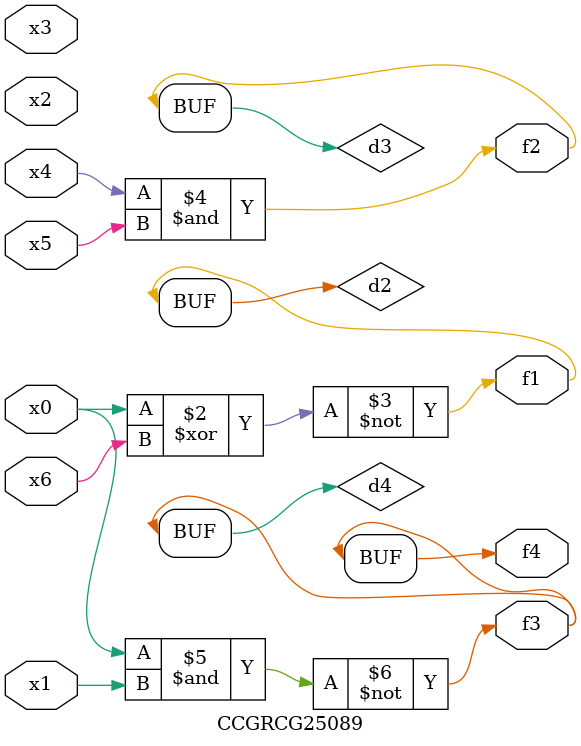
<source format=v>
module CCGRCG25089(
	input x0, x1, x2, x3, x4, x5, x6,
	output f1, f2, f3, f4
);

	wire d1, d2, d3, d4;

	nor (d1, x0);
	xnor (d2, x0, x6);
	and (d3, x4, x5);
	nand (d4, x0, x1);
	assign f1 = d2;
	assign f2 = d3;
	assign f3 = d4;
	assign f4 = d4;
endmodule

</source>
